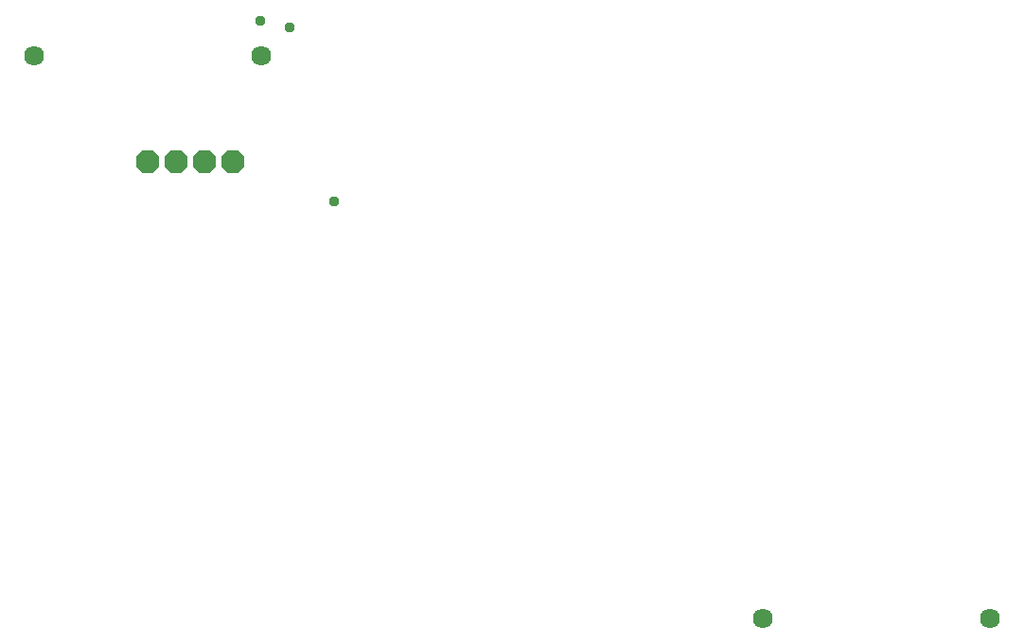
<source format=gbr>
G04 EAGLE Gerber RS-274X export*
G75*
%MOMM*%
%FSLAX34Y34*%
%LPD*%
%INSoldermask Bottom*%
%IPPOS*%
%AMOC8*
5,1,8,0,0,1.08239X$1,22.5*%
G01*
%ADD10P,2.281895X8X202.500000*%
%ADD11C,1.783200*%
%ADD12C,0.959600*%


D10*
X260300Y477300D03*
X234900Y477300D03*
X209500Y477300D03*
X184100Y477300D03*
D11*
X82700Y572000D03*
X285900Y572000D03*
X937300Y68000D03*
X734100Y68000D03*
D12*
X350520Y441960D03*
X284988Y603504D03*
X311000Y597400D03*
M02*

</source>
